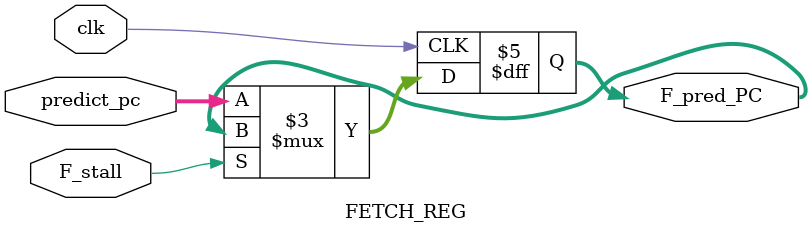
<source format=v>
module FETCH_REG(clk,F_stall,predict_pc, F_pred_PC);

input clk;
input F_stall;
input [63:0] predict_pc;
output reg[63:0] F_pred_PC;


always @(posedge(clk)) begin
	
	if(!F_stall) begin
		F_pred_PC <= predict_pc;

	end
	
end

endmodule
</source>
